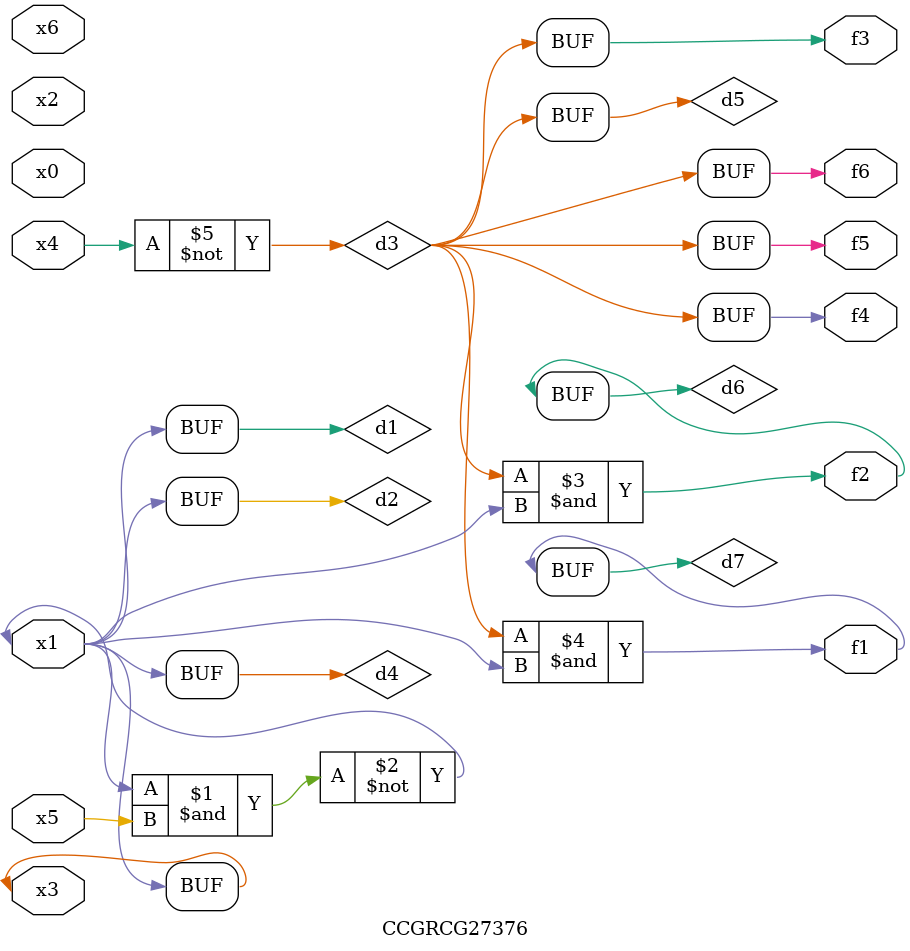
<source format=v>
module CCGRCG27376(
	input x0, x1, x2, x3, x4, x5, x6,
	output f1, f2, f3, f4, f5, f6
);

	wire d1, d2, d3, d4, d5, d6, d7;

	buf (d1, x1, x3);
	nand (d2, x1, x5);
	not (d3, x4);
	buf (d4, d1, d2);
	buf (d5, d3);
	and (d6, d3, d4);
	and (d7, d3, d4);
	assign f1 = d7;
	assign f2 = d6;
	assign f3 = d5;
	assign f4 = d5;
	assign f5 = d5;
	assign f6 = d5;
endmodule

</source>
